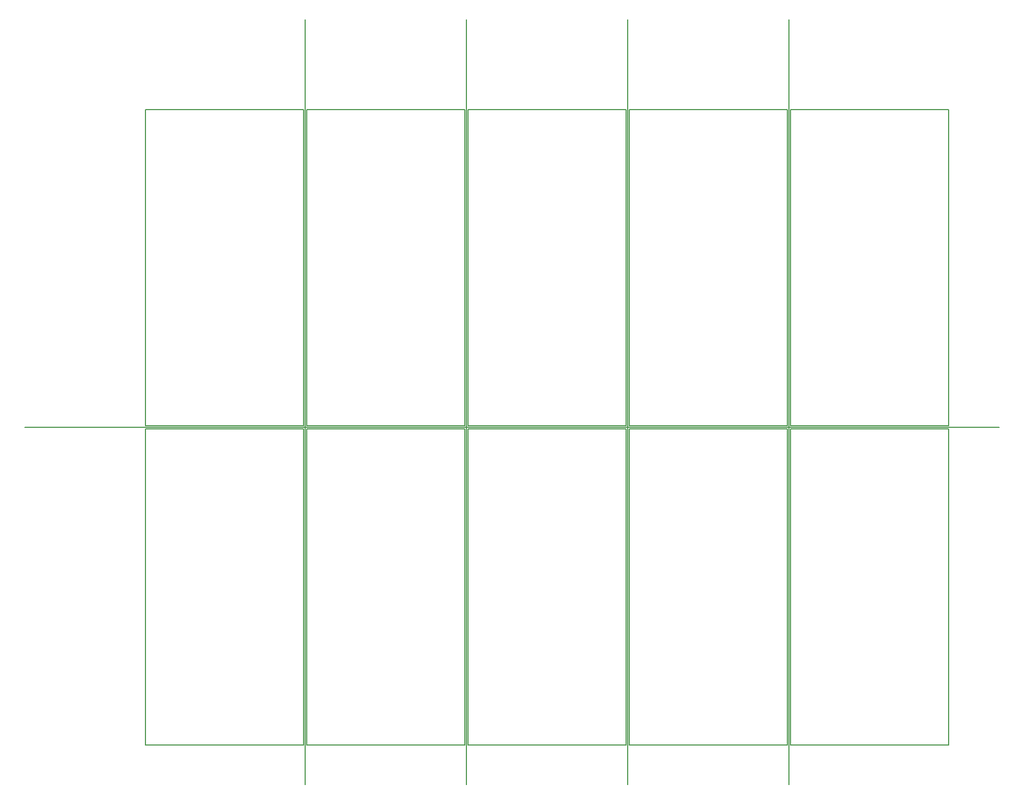
<source format=gm1>
G04 #@! TF.FileFunction,Profile,NP*
%FSLAX46Y46*%
G04 Gerber Fmt 4.6, Leading zero omitted, Abs format (unit mm)*
G04 Created by KiCad (PCBNEW 4.0.6) date 01/19/18 11:08:58*
%MOMM*%
%LPD*%
G01*
G04 APERTURE LIST*
%ADD10C,0.100000*%
%ADD11C,0.150000*%
G04 APERTURE END LIST*
D10*
D11*
X178054000Y-153924000D02*
X178054000Y-158242000D01*
X152146000Y-153924000D02*
X152146000Y-158242000D01*
X126238000Y-153924000D02*
X126238000Y-158242000D01*
X178054000Y-44450000D02*
X178054000Y-35306000D01*
X152146000Y-44450000D02*
X152146000Y-35306000D01*
X126238000Y-44450000D02*
X126238000Y-35306000D01*
X178054000Y-44450000D02*
X178054000Y-153924000D01*
X152146000Y-44450000D02*
X152146000Y-153924000D01*
X126238000Y-44450000D02*
X126238000Y-153924000D01*
X100330000Y-44450000D02*
X100330000Y-35306000D01*
X100330000Y-153924000D02*
X100330000Y-158242000D01*
X100330000Y-44450000D02*
X100330000Y-153924000D01*
X204216000Y-100838000D02*
X211810600Y-100838000D01*
X73914000Y-100838000D02*
X55270400Y-100838000D01*
X204216000Y-100838000D02*
X73914000Y-100838000D01*
X178308000Y-126492000D02*
X178308000Y-151892000D01*
X152400000Y-126492000D02*
X152400000Y-151892000D01*
X126492000Y-126492000D02*
X126492000Y-151892000D01*
X100584000Y-126492000D02*
X100584000Y-151892000D01*
X74676000Y-126492000D02*
X74676000Y-151892000D01*
X178308000Y-75184000D02*
X178308000Y-100584000D01*
X152400000Y-75184000D02*
X152400000Y-100584000D01*
X126492000Y-75184000D02*
X126492000Y-100584000D01*
X100584000Y-75184000D02*
X100584000Y-100584000D01*
X178308000Y-101092000D02*
X203708000Y-101092000D01*
X152400000Y-101092000D02*
X177800000Y-101092000D01*
X126492000Y-101092000D02*
X151892000Y-101092000D01*
X100584000Y-101092000D02*
X125984000Y-101092000D01*
X74676000Y-101092000D02*
X100076000Y-101092000D01*
X178308000Y-49784000D02*
X203708000Y-49784000D01*
X152400000Y-49784000D02*
X177800000Y-49784000D01*
X126492000Y-49784000D02*
X151892000Y-49784000D01*
X100584000Y-49784000D02*
X125984000Y-49784000D01*
X203708000Y-101092000D02*
X203708000Y-126492000D01*
X177800000Y-101092000D02*
X177800000Y-126492000D01*
X151892000Y-101092000D02*
X151892000Y-126492000D01*
X125984000Y-101092000D02*
X125984000Y-126492000D01*
X100076000Y-101092000D02*
X100076000Y-126492000D01*
X203708000Y-49784000D02*
X203708000Y-75184000D01*
X177800000Y-49784000D02*
X177800000Y-75184000D01*
X151892000Y-49784000D02*
X151892000Y-75184000D01*
X125984000Y-49784000D02*
X125984000Y-75184000D01*
X178308000Y-126492000D02*
X178308000Y-101092000D01*
X152400000Y-126492000D02*
X152400000Y-101092000D01*
X126492000Y-126492000D02*
X126492000Y-101092000D01*
X100584000Y-126492000D02*
X100584000Y-101092000D01*
X74676000Y-126492000D02*
X74676000Y-101092000D01*
X178308000Y-75184000D02*
X178308000Y-49784000D01*
X152400000Y-75184000D02*
X152400000Y-49784000D01*
X126492000Y-75184000D02*
X126492000Y-49784000D01*
X100584000Y-75184000D02*
X100584000Y-49784000D01*
X203708000Y-151892000D02*
X178308000Y-151892000D01*
X177800000Y-151892000D02*
X152400000Y-151892000D01*
X151892000Y-151892000D02*
X126492000Y-151892000D01*
X125984000Y-151892000D02*
X100584000Y-151892000D01*
X100076000Y-151892000D02*
X74676000Y-151892000D01*
X203708000Y-100584000D02*
X178308000Y-100584000D01*
X177800000Y-100584000D02*
X152400000Y-100584000D01*
X151892000Y-100584000D02*
X126492000Y-100584000D01*
X125984000Y-100584000D02*
X100584000Y-100584000D01*
X203708000Y-151892000D02*
X203708000Y-126492000D01*
X177800000Y-151892000D02*
X177800000Y-126492000D01*
X151892000Y-151892000D02*
X151892000Y-126492000D01*
X125984000Y-151892000D02*
X125984000Y-126492000D01*
X100076000Y-151892000D02*
X100076000Y-126492000D01*
X203708000Y-100584000D02*
X203708000Y-75184000D01*
X177800000Y-100584000D02*
X177800000Y-75184000D01*
X151892000Y-100584000D02*
X151892000Y-75184000D01*
X125984000Y-100584000D02*
X125984000Y-75184000D01*
X100076000Y-100584000D02*
X100076000Y-75184000D01*
X74676000Y-75184000D02*
X74676000Y-100584000D01*
X100076000Y-100584000D02*
X74676000Y-100584000D01*
X100076000Y-49784000D02*
X100076000Y-75184000D01*
X74676000Y-49784000D02*
X100076000Y-49784000D01*
X74676000Y-75184000D02*
X74676000Y-49784000D01*
M02*

</source>
